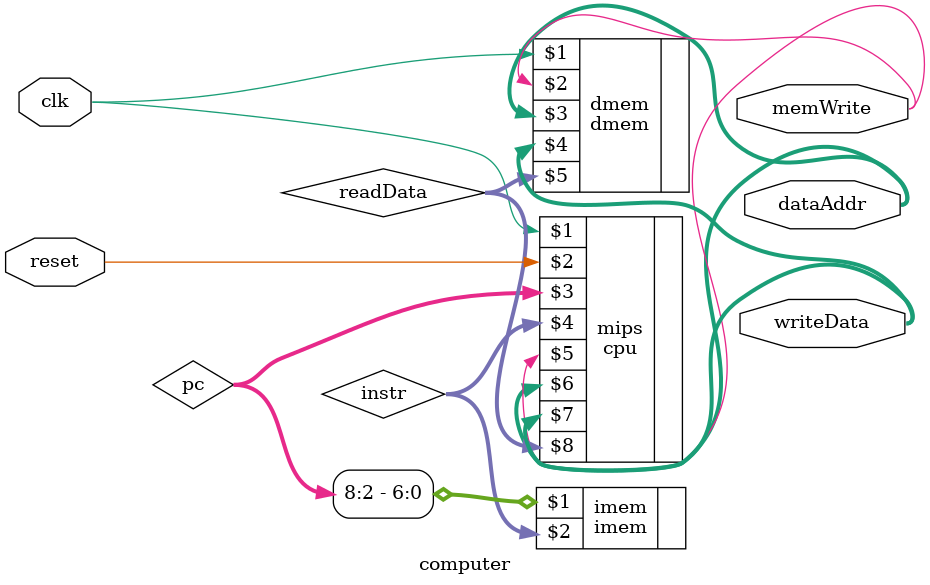
<source format=sv>

`ifndef COMPUTER
`define COMPUTER

`timescale 1ns/100ps

`include "./cpu.sv"
`include "./imem.sv"
`include "./dmem.sv"

module computer(clk, reset, writeData, dataAddr, memWrite);
	input logic clk, reset;
	output logic [31:0] writeData, dataAddr;
	output logic memWrite;

	logic [31:0] pc, instr, readData;
	
  // computer internal components
  // the RISC CPU
  cpu mips(clk, reset, pc, instr, memWrite, dataAddr, writeData, readData);
  // the instruction memory ("text segment") in main memory
  imem imem(pc[8:2], instr);
  // the data memory ("data segment") in main memory
  dmem dmem(clk, memWrite, dataAddr, writeData, readData);

endmodule

`endif // COMPUTER

</source>
